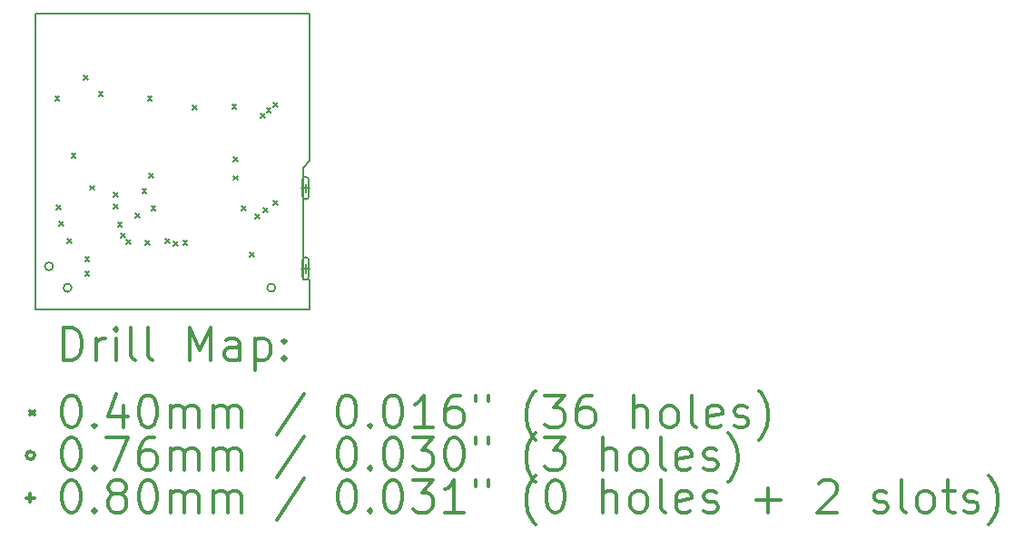
<source format=gbr>
%FSLAX45Y45*%
G04 Gerber Fmt 4.5, Leading zero omitted, Abs format (unit mm)*
G04 Created by KiCad (PCBNEW 4.0.5+dfsg1-4) date Thu Nov  2 15:49:50 2017*
%MOMM*%
%LPD*%
G01*
G04 APERTURE LIST*
%ADD10C,0.127000*%
%ADD11C,0.150000*%
%ADD12C,0.200000*%
%ADD13C,0.300000*%
G04 APERTURE END LIST*
D10*
D11*
X9660000Y-5879020D02*
X9660000Y-8640000D01*
X12220320Y-5879020D02*
X9660000Y-5879020D01*
X12220320Y-7250620D02*
X12220320Y-5879020D01*
X12159360Y-7319200D02*
X12220320Y-7250620D01*
X12159360Y-8360600D02*
X12159360Y-7319200D01*
X12220320Y-8360600D02*
X12159360Y-8360600D01*
X12220320Y-8640000D02*
X12220320Y-8360600D01*
X9660000Y-8640000D02*
X12220320Y-8640000D01*
D12*
X9843200Y-6651500D02*
X9883200Y-6691500D01*
X9883200Y-6651500D02*
X9843200Y-6691500D01*
X9855900Y-7667500D02*
X9895900Y-7707500D01*
X9895900Y-7667500D02*
X9855900Y-7707500D01*
X9881300Y-7819900D02*
X9921300Y-7859900D01*
X9921300Y-7819900D02*
X9881300Y-7859900D01*
X9957500Y-7985000D02*
X9997500Y-8025000D01*
X9997500Y-7985000D02*
X9957500Y-8025000D01*
X9995600Y-7184900D02*
X10035600Y-7224900D01*
X10035600Y-7184900D02*
X9995600Y-7224900D01*
X10109900Y-6461000D02*
X10149900Y-6501000D01*
X10149900Y-6461000D02*
X10109900Y-6501000D01*
X10122600Y-8150100D02*
X10162600Y-8190100D01*
X10162600Y-8150100D02*
X10122600Y-8190100D01*
X10122600Y-8289800D02*
X10162600Y-8329800D01*
X10162600Y-8289800D02*
X10122600Y-8329800D01*
X10167052Y-7488571D02*
X10207052Y-7528571D01*
X10207052Y-7488571D02*
X10167052Y-7528571D01*
X10249600Y-6613400D02*
X10289600Y-6653400D01*
X10289600Y-6613400D02*
X10249600Y-6653400D01*
X10389300Y-7553200D02*
X10429300Y-7593200D01*
X10429300Y-7553200D02*
X10389300Y-7593200D01*
X10389300Y-7662120D02*
X10429300Y-7702120D01*
X10429300Y-7662120D02*
X10389300Y-7702120D01*
X10427400Y-7832600D02*
X10467400Y-7872600D01*
X10467400Y-7832600D02*
X10427400Y-7872600D01*
X10455340Y-7931660D02*
X10495340Y-7971660D01*
X10495340Y-7931660D02*
X10455340Y-7971660D01*
X10508330Y-7990080D02*
X10548330Y-8030080D01*
X10548330Y-7990080D02*
X10508330Y-8030080D01*
X10592500Y-7743700D02*
X10632500Y-7783700D01*
X10632500Y-7743700D02*
X10592500Y-7783700D01*
X10656000Y-7515100D02*
X10696000Y-7555100D01*
X10696000Y-7515100D02*
X10656000Y-7555100D01*
X10687245Y-8001429D02*
X10727245Y-8041429D01*
X10727245Y-8001429D02*
X10687245Y-8041429D01*
X10706800Y-6651500D02*
X10746800Y-6691500D01*
X10746800Y-6651500D02*
X10706800Y-6691500D01*
X10719500Y-7375400D02*
X10759500Y-7415400D01*
X10759500Y-7375400D02*
X10719500Y-7415400D01*
X10740000Y-7680000D02*
X10780000Y-7720000D01*
X10780000Y-7680000D02*
X10740000Y-7720000D01*
X10871900Y-7981000D02*
X10911900Y-8021000D01*
X10911900Y-7981000D02*
X10871900Y-8021000D01*
X10948100Y-8010400D02*
X10988100Y-8050400D01*
X10988100Y-8010400D02*
X10948100Y-8050400D01*
X11037000Y-7997700D02*
X11077000Y-8037700D01*
X11077000Y-7997700D02*
X11037000Y-8037700D01*
X11125900Y-6740400D02*
X11165900Y-6780400D01*
X11165900Y-6740400D02*
X11125900Y-6780400D01*
X11494200Y-6727700D02*
X11534200Y-6767700D01*
X11534200Y-6727700D02*
X11494200Y-6767700D01*
X11506900Y-7223000D02*
X11546900Y-7263000D01*
X11546900Y-7223000D02*
X11506900Y-7263000D01*
X11506900Y-7393520D02*
X11546900Y-7433520D01*
X11546900Y-7393520D02*
X11506900Y-7433520D01*
X11583100Y-7680200D02*
X11623100Y-7720200D01*
X11623100Y-7680200D02*
X11583100Y-7720200D01*
X11659300Y-8112000D02*
X11699300Y-8152000D01*
X11699300Y-8112000D02*
X11659300Y-8152000D01*
X11710100Y-7755000D02*
X11750100Y-7795000D01*
X11750100Y-7755000D02*
X11710100Y-7795000D01*
X11760900Y-6816600D02*
X11800900Y-6856600D01*
X11800900Y-6816600D02*
X11760900Y-6856600D01*
X11786300Y-7692900D02*
X11826300Y-7732900D01*
X11826300Y-7692900D02*
X11786300Y-7732900D01*
X11815899Y-6761601D02*
X11855899Y-6801601D01*
X11855899Y-6761601D02*
X11815899Y-6801601D01*
X11877055Y-6713542D02*
X11917055Y-6753542D01*
X11917055Y-6713542D02*
X11877055Y-6753542D01*
X11877498Y-7628973D02*
X11917498Y-7668973D01*
X11917498Y-7628973D02*
X11877498Y-7668973D01*
X9825100Y-8240000D02*
G75*
G03X9825100Y-8240000I-38100J0D01*
G01*
X9998100Y-8440000D02*
G75*
G03X9998100Y-8440000I-38100J0D01*
G01*
X11898100Y-8440000D02*
G75*
G03X11898100Y-8440000I-38100J0D01*
G01*
X12180000Y-7470000D02*
X12180000Y-7550000D01*
X12140000Y-7510000D02*
X12220000Y-7510000D01*
X12150000Y-7435000D02*
X12150000Y-7585000D01*
X12210000Y-7435000D02*
X12210000Y-7585000D01*
X12150000Y-7585000D02*
G75*
G03X12210000Y-7585000I30000J0D01*
G01*
X12210000Y-7435000D02*
G75*
G03X12150000Y-7435000I-30000J0D01*
G01*
X12180000Y-8220000D02*
X12180000Y-8300000D01*
X12140000Y-8260000D02*
X12220000Y-8260000D01*
X12150000Y-8185000D02*
X12150000Y-8335000D01*
X12210000Y-8185000D02*
X12210000Y-8335000D01*
X12150000Y-8335000D02*
G75*
G03X12210000Y-8335000I30000J0D01*
G01*
X12210000Y-8185000D02*
G75*
G03X12150000Y-8185000I-30000J0D01*
G01*
D13*
X9923929Y-9113214D02*
X9923929Y-8813214D01*
X9995357Y-8813214D01*
X10038214Y-8827500D01*
X10066786Y-8856072D01*
X10081071Y-8884643D01*
X10095357Y-8941786D01*
X10095357Y-8984643D01*
X10081071Y-9041786D01*
X10066786Y-9070357D01*
X10038214Y-9098929D01*
X9995357Y-9113214D01*
X9923929Y-9113214D01*
X10223929Y-9113214D02*
X10223929Y-8913214D01*
X10223929Y-8970357D02*
X10238214Y-8941786D01*
X10252500Y-8927500D01*
X10281071Y-8913214D01*
X10309643Y-8913214D01*
X10409643Y-9113214D02*
X10409643Y-8913214D01*
X10409643Y-8813214D02*
X10395357Y-8827500D01*
X10409643Y-8841786D01*
X10423929Y-8827500D01*
X10409643Y-8813214D01*
X10409643Y-8841786D01*
X10595357Y-9113214D02*
X10566786Y-9098929D01*
X10552500Y-9070357D01*
X10552500Y-8813214D01*
X10752500Y-9113214D02*
X10723929Y-9098929D01*
X10709643Y-9070357D01*
X10709643Y-8813214D01*
X11095357Y-9113214D02*
X11095357Y-8813214D01*
X11195357Y-9027500D01*
X11295357Y-8813214D01*
X11295357Y-9113214D01*
X11566786Y-9113214D02*
X11566786Y-8956072D01*
X11552500Y-8927500D01*
X11523928Y-8913214D01*
X11466786Y-8913214D01*
X11438214Y-8927500D01*
X11566786Y-9098929D02*
X11538214Y-9113214D01*
X11466786Y-9113214D01*
X11438214Y-9098929D01*
X11423928Y-9070357D01*
X11423928Y-9041786D01*
X11438214Y-9013214D01*
X11466786Y-8998929D01*
X11538214Y-8998929D01*
X11566786Y-8984643D01*
X11709643Y-8913214D02*
X11709643Y-9213214D01*
X11709643Y-8927500D02*
X11738214Y-8913214D01*
X11795357Y-8913214D01*
X11823928Y-8927500D01*
X11838214Y-8941786D01*
X11852500Y-8970357D01*
X11852500Y-9056072D01*
X11838214Y-9084643D01*
X11823928Y-9098929D01*
X11795357Y-9113214D01*
X11738214Y-9113214D01*
X11709643Y-9098929D01*
X11981071Y-9084643D02*
X11995357Y-9098929D01*
X11981071Y-9113214D01*
X11966786Y-9098929D01*
X11981071Y-9084643D01*
X11981071Y-9113214D01*
X11981071Y-8927500D02*
X11995357Y-8941786D01*
X11981071Y-8956072D01*
X11966786Y-8941786D01*
X11981071Y-8927500D01*
X11981071Y-8956072D01*
X9612500Y-9587500D02*
X9652500Y-9627500D01*
X9652500Y-9587500D02*
X9612500Y-9627500D01*
X9981071Y-9443214D02*
X10009643Y-9443214D01*
X10038214Y-9457500D01*
X10052500Y-9471786D01*
X10066786Y-9500357D01*
X10081071Y-9557500D01*
X10081071Y-9628929D01*
X10066786Y-9686072D01*
X10052500Y-9714643D01*
X10038214Y-9728929D01*
X10009643Y-9743214D01*
X9981071Y-9743214D01*
X9952500Y-9728929D01*
X9938214Y-9714643D01*
X9923929Y-9686072D01*
X9909643Y-9628929D01*
X9909643Y-9557500D01*
X9923929Y-9500357D01*
X9938214Y-9471786D01*
X9952500Y-9457500D01*
X9981071Y-9443214D01*
X10209643Y-9714643D02*
X10223929Y-9728929D01*
X10209643Y-9743214D01*
X10195357Y-9728929D01*
X10209643Y-9714643D01*
X10209643Y-9743214D01*
X10481071Y-9543214D02*
X10481071Y-9743214D01*
X10409643Y-9428929D02*
X10338214Y-9643214D01*
X10523928Y-9643214D01*
X10695357Y-9443214D02*
X10723929Y-9443214D01*
X10752500Y-9457500D01*
X10766786Y-9471786D01*
X10781071Y-9500357D01*
X10795357Y-9557500D01*
X10795357Y-9628929D01*
X10781071Y-9686072D01*
X10766786Y-9714643D01*
X10752500Y-9728929D01*
X10723929Y-9743214D01*
X10695357Y-9743214D01*
X10666786Y-9728929D01*
X10652500Y-9714643D01*
X10638214Y-9686072D01*
X10623929Y-9628929D01*
X10623929Y-9557500D01*
X10638214Y-9500357D01*
X10652500Y-9471786D01*
X10666786Y-9457500D01*
X10695357Y-9443214D01*
X10923929Y-9743214D02*
X10923929Y-9543214D01*
X10923929Y-9571786D02*
X10938214Y-9557500D01*
X10966786Y-9543214D01*
X11009643Y-9543214D01*
X11038214Y-9557500D01*
X11052500Y-9586072D01*
X11052500Y-9743214D01*
X11052500Y-9586072D02*
X11066786Y-9557500D01*
X11095357Y-9543214D01*
X11138214Y-9543214D01*
X11166786Y-9557500D01*
X11181071Y-9586072D01*
X11181071Y-9743214D01*
X11323928Y-9743214D02*
X11323928Y-9543214D01*
X11323928Y-9571786D02*
X11338214Y-9557500D01*
X11366786Y-9543214D01*
X11409643Y-9543214D01*
X11438214Y-9557500D01*
X11452500Y-9586072D01*
X11452500Y-9743214D01*
X11452500Y-9586072D02*
X11466786Y-9557500D01*
X11495357Y-9543214D01*
X11538214Y-9543214D01*
X11566786Y-9557500D01*
X11581071Y-9586072D01*
X11581071Y-9743214D01*
X12166786Y-9428929D02*
X11909643Y-9814643D01*
X12552500Y-9443214D02*
X12581071Y-9443214D01*
X12609643Y-9457500D01*
X12623928Y-9471786D01*
X12638214Y-9500357D01*
X12652500Y-9557500D01*
X12652500Y-9628929D01*
X12638214Y-9686072D01*
X12623928Y-9714643D01*
X12609643Y-9728929D01*
X12581071Y-9743214D01*
X12552500Y-9743214D01*
X12523928Y-9728929D01*
X12509643Y-9714643D01*
X12495357Y-9686072D01*
X12481071Y-9628929D01*
X12481071Y-9557500D01*
X12495357Y-9500357D01*
X12509643Y-9471786D01*
X12523928Y-9457500D01*
X12552500Y-9443214D01*
X12781071Y-9714643D02*
X12795357Y-9728929D01*
X12781071Y-9743214D01*
X12766786Y-9728929D01*
X12781071Y-9714643D01*
X12781071Y-9743214D01*
X12981071Y-9443214D02*
X13009643Y-9443214D01*
X13038214Y-9457500D01*
X13052500Y-9471786D01*
X13066785Y-9500357D01*
X13081071Y-9557500D01*
X13081071Y-9628929D01*
X13066785Y-9686072D01*
X13052500Y-9714643D01*
X13038214Y-9728929D01*
X13009643Y-9743214D01*
X12981071Y-9743214D01*
X12952500Y-9728929D01*
X12938214Y-9714643D01*
X12923928Y-9686072D01*
X12909643Y-9628929D01*
X12909643Y-9557500D01*
X12923928Y-9500357D01*
X12938214Y-9471786D01*
X12952500Y-9457500D01*
X12981071Y-9443214D01*
X13366785Y-9743214D02*
X13195357Y-9743214D01*
X13281071Y-9743214D02*
X13281071Y-9443214D01*
X13252500Y-9486072D01*
X13223928Y-9514643D01*
X13195357Y-9528929D01*
X13623928Y-9443214D02*
X13566785Y-9443214D01*
X13538214Y-9457500D01*
X13523928Y-9471786D01*
X13495357Y-9514643D01*
X13481071Y-9571786D01*
X13481071Y-9686072D01*
X13495357Y-9714643D01*
X13509643Y-9728929D01*
X13538214Y-9743214D01*
X13595357Y-9743214D01*
X13623928Y-9728929D01*
X13638214Y-9714643D01*
X13652500Y-9686072D01*
X13652500Y-9614643D01*
X13638214Y-9586072D01*
X13623928Y-9571786D01*
X13595357Y-9557500D01*
X13538214Y-9557500D01*
X13509643Y-9571786D01*
X13495357Y-9586072D01*
X13481071Y-9614643D01*
X13766786Y-9443214D02*
X13766786Y-9500357D01*
X13881071Y-9443214D02*
X13881071Y-9500357D01*
X14323928Y-9857500D02*
X14309643Y-9843214D01*
X14281071Y-9800357D01*
X14266785Y-9771786D01*
X14252500Y-9728929D01*
X14238214Y-9657500D01*
X14238214Y-9600357D01*
X14252500Y-9528929D01*
X14266785Y-9486072D01*
X14281071Y-9457500D01*
X14309643Y-9414643D01*
X14323928Y-9400357D01*
X14409643Y-9443214D02*
X14595357Y-9443214D01*
X14495357Y-9557500D01*
X14538214Y-9557500D01*
X14566785Y-9571786D01*
X14581071Y-9586072D01*
X14595357Y-9614643D01*
X14595357Y-9686072D01*
X14581071Y-9714643D01*
X14566785Y-9728929D01*
X14538214Y-9743214D01*
X14452500Y-9743214D01*
X14423928Y-9728929D01*
X14409643Y-9714643D01*
X14852500Y-9443214D02*
X14795357Y-9443214D01*
X14766785Y-9457500D01*
X14752500Y-9471786D01*
X14723928Y-9514643D01*
X14709643Y-9571786D01*
X14709643Y-9686072D01*
X14723928Y-9714643D01*
X14738214Y-9728929D01*
X14766785Y-9743214D01*
X14823928Y-9743214D01*
X14852500Y-9728929D01*
X14866785Y-9714643D01*
X14881071Y-9686072D01*
X14881071Y-9614643D01*
X14866785Y-9586072D01*
X14852500Y-9571786D01*
X14823928Y-9557500D01*
X14766785Y-9557500D01*
X14738214Y-9571786D01*
X14723928Y-9586072D01*
X14709643Y-9614643D01*
X15238214Y-9743214D02*
X15238214Y-9443214D01*
X15366785Y-9743214D02*
X15366785Y-9586072D01*
X15352500Y-9557500D01*
X15323928Y-9543214D01*
X15281071Y-9543214D01*
X15252500Y-9557500D01*
X15238214Y-9571786D01*
X15552500Y-9743214D02*
X15523928Y-9728929D01*
X15509643Y-9714643D01*
X15495357Y-9686072D01*
X15495357Y-9600357D01*
X15509643Y-9571786D01*
X15523928Y-9557500D01*
X15552500Y-9543214D01*
X15595357Y-9543214D01*
X15623928Y-9557500D01*
X15638214Y-9571786D01*
X15652500Y-9600357D01*
X15652500Y-9686072D01*
X15638214Y-9714643D01*
X15623928Y-9728929D01*
X15595357Y-9743214D01*
X15552500Y-9743214D01*
X15823928Y-9743214D02*
X15795357Y-9728929D01*
X15781071Y-9700357D01*
X15781071Y-9443214D01*
X16052500Y-9728929D02*
X16023928Y-9743214D01*
X15966786Y-9743214D01*
X15938214Y-9728929D01*
X15923928Y-9700357D01*
X15923928Y-9586072D01*
X15938214Y-9557500D01*
X15966786Y-9543214D01*
X16023928Y-9543214D01*
X16052500Y-9557500D01*
X16066786Y-9586072D01*
X16066786Y-9614643D01*
X15923928Y-9643214D01*
X16181071Y-9728929D02*
X16209643Y-9743214D01*
X16266786Y-9743214D01*
X16295357Y-9728929D01*
X16309643Y-9700357D01*
X16309643Y-9686072D01*
X16295357Y-9657500D01*
X16266786Y-9643214D01*
X16223928Y-9643214D01*
X16195357Y-9628929D01*
X16181071Y-9600357D01*
X16181071Y-9586072D01*
X16195357Y-9557500D01*
X16223928Y-9543214D01*
X16266786Y-9543214D01*
X16295357Y-9557500D01*
X16409643Y-9857500D02*
X16423928Y-9843214D01*
X16452500Y-9800357D01*
X16466786Y-9771786D01*
X16481071Y-9728929D01*
X16495357Y-9657500D01*
X16495357Y-9600357D01*
X16481071Y-9528929D01*
X16466786Y-9486072D01*
X16452500Y-9457500D01*
X16423928Y-9414643D01*
X16409643Y-9400357D01*
X9652500Y-10003500D02*
G75*
G03X9652500Y-10003500I-38100J0D01*
G01*
X9981071Y-9839214D02*
X10009643Y-9839214D01*
X10038214Y-9853500D01*
X10052500Y-9867786D01*
X10066786Y-9896357D01*
X10081071Y-9953500D01*
X10081071Y-10024929D01*
X10066786Y-10082072D01*
X10052500Y-10110643D01*
X10038214Y-10124929D01*
X10009643Y-10139214D01*
X9981071Y-10139214D01*
X9952500Y-10124929D01*
X9938214Y-10110643D01*
X9923929Y-10082072D01*
X9909643Y-10024929D01*
X9909643Y-9953500D01*
X9923929Y-9896357D01*
X9938214Y-9867786D01*
X9952500Y-9853500D01*
X9981071Y-9839214D01*
X10209643Y-10110643D02*
X10223929Y-10124929D01*
X10209643Y-10139214D01*
X10195357Y-10124929D01*
X10209643Y-10110643D01*
X10209643Y-10139214D01*
X10323928Y-9839214D02*
X10523928Y-9839214D01*
X10395357Y-10139214D01*
X10766786Y-9839214D02*
X10709643Y-9839214D01*
X10681071Y-9853500D01*
X10666786Y-9867786D01*
X10638214Y-9910643D01*
X10623929Y-9967786D01*
X10623929Y-10082072D01*
X10638214Y-10110643D01*
X10652500Y-10124929D01*
X10681071Y-10139214D01*
X10738214Y-10139214D01*
X10766786Y-10124929D01*
X10781071Y-10110643D01*
X10795357Y-10082072D01*
X10795357Y-10010643D01*
X10781071Y-9982072D01*
X10766786Y-9967786D01*
X10738214Y-9953500D01*
X10681071Y-9953500D01*
X10652500Y-9967786D01*
X10638214Y-9982072D01*
X10623929Y-10010643D01*
X10923929Y-10139214D02*
X10923929Y-9939214D01*
X10923929Y-9967786D02*
X10938214Y-9953500D01*
X10966786Y-9939214D01*
X11009643Y-9939214D01*
X11038214Y-9953500D01*
X11052500Y-9982072D01*
X11052500Y-10139214D01*
X11052500Y-9982072D02*
X11066786Y-9953500D01*
X11095357Y-9939214D01*
X11138214Y-9939214D01*
X11166786Y-9953500D01*
X11181071Y-9982072D01*
X11181071Y-10139214D01*
X11323928Y-10139214D02*
X11323928Y-9939214D01*
X11323928Y-9967786D02*
X11338214Y-9953500D01*
X11366786Y-9939214D01*
X11409643Y-9939214D01*
X11438214Y-9953500D01*
X11452500Y-9982072D01*
X11452500Y-10139214D01*
X11452500Y-9982072D02*
X11466786Y-9953500D01*
X11495357Y-9939214D01*
X11538214Y-9939214D01*
X11566786Y-9953500D01*
X11581071Y-9982072D01*
X11581071Y-10139214D01*
X12166786Y-9824929D02*
X11909643Y-10210643D01*
X12552500Y-9839214D02*
X12581071Y-9839214D01*
X12609643Y-9853500D01*
X12623928Y-9867786D01*
X12638214Y-9896357D01*
X12652500Y-9953500D01*
X12652500Y-10024929D01*
X12638214Y-10082072D01*
X12623928Y-10110643D01*
X12609643Y-10124929D01*
X12581071Y-10139214D01*
X12552500Y-10139214D01*
X12523928Y-10124929D01*
X12509643Y-10110643D01*
X12495357Y-10082072D01*
X12481071Y-10024929D01*
X12481071Y-9953500D01*
X12495357Y-9896357D01*
X12509643Y-9867786D01*
X12523928Y-9853500D01*
X12552500Y-9839214D01*
X12781071Y-10110643D02*
X12795357Y-10124929D01*
X12781071Y-10139214D01*
X12766786Y-10124929D01*
X12781071Y-10110643D01*
X12781071Y-10139214D01*
X12981071Y-9839214D02*
X13009643Y-9839214D01*
X13038214Y-9853500D01*
X13052500Y-9867786D01*
X13066785Y-9896357D01*
X13081071Y-9953500D01*
X13081071Y-10024929D01*
X13066785Y-10082072D01*
X13052500Y-10110643D01*
X13038214Y-10124929D01*
X13009643Y-10139214D01*
X12981071Y-10139214D01*
X12952500Y-10124929D01*
X12938214Y-10110643D01*
X12923928Y-10082072D01*
X12909643Y-10024929D01*
X12909643Y-9953500D01*
X12923928Y-9896357D01*
X12938214Y-9867786D01*
X12952500Y-9853500D01*
X12981071Y-9839214D01*
X13181071Y-9839214D02*
X13366785Y-9839214D01*
X13266785Y-9953500D01*
X13309643Y-9953500D01*
X13338214Y-9967786D01*
X13352500Y-9982072D01*
X13366785Y-10010643D01*
X13366785Y-10082072D01*
X13352500Y-10110643D01*
X13338214Y-10124929D01*
X13309643Y-10139214D01*
X13223928Y-10139214D01*
X13195357Y-10124929D01*
X13181071Y-10110643D01*
X13552500Y-9839214D02*
X13581071Y-9839214D01*
X13609643Y-9853500D01*
X13623928Y-9867786D01*
X13638214Y-9896357D01*
X13652500Y-9953500D01*
X13652500Y-10024929D01*
X13638214Y-10082072D01*
X13623928Y-10110643D01*
X13609643Y-10124929D01*
X13581071Y-10139214D01*
X13552500Y-10139214D01*
X13523928Y-10124929D01*
X13509643Y-10110643D01*
X13495357Y-10082072D01*
X13481071Y-10024929D01*
X13481071Y-9953500D01*
X13495357Y-9896357D01*
X13509643Y-9867786D01*
X13523928Y-9853500D01*
X13552500Y-9839214D01*
X13766786Y-9839214D02*
X13766786Y-9896357D01*
X13881071Y-9839214D02*
X13881071Y-9896357D01*
X14323928Y-10253500D02*
X14309643Y-10239214D01*
X14281071Y-10196357D01*
X14266785Y-10167786D01*
X14252500Y-10124929D01*
X14238214Y-10053500D01*
X14238214Y-9996357D01*
X14252500Y-9924929D01*
X14266785Y-9882072D01*
X14281071Y-9853500D01*
X14309643Y-9810643D01*
X14323928Y-9796357D01*
X14409643Y-9839214D02*
X14595357Y-9839214D01*
X14495357Y-9953500D01*
X14538214Y-9953500D01*
X14566785Y-9967786D01*
X14581071Y-9982072D01*
X14595357Y-10010643D01*
X14595357Y-10082072D01*
X14581071Y-10110643D01*
X14566785Y-10124929D01*
X14538214Y-10139214D01*
X14452500Y-10139214D01*
X14423928Y-10124929D01*
X14409643Y-10110643D01*
X14952500Y-10139214D02*
X14952500Y-9839214D01*
X15081071Y-10139214D02*
X15081071Y-9982072D01*
X15066785Y-9953500D01*
X15038214Y-9939214D01*
X14995357Y-9939214D01*
X14966785Y-9953500D01*
X14952500Y-9967786D01*
X15266785Y-10139214D02*
X15238214Y-10124929D01*
X15223928Y-10110643D01*
X15209643Y-10082072D01*
X15209643Y-9996357D01*
X15223928Y-9967786D01*
X15238214Y-9953500D01*
X15266785Y-9939214D01*
X15309643Y-9939214D01*
X15338214Y-9953500D01*
X15352500Y-9967786D01*
X15366785Y-9996357D01*
X15366785Y-10082072D01*
X15352500Y-10110643D01*
X15338214Y-10124929D01*
X15309643Y-10139214D01*
X15266785Y-10139214D01*
X15538214Y-10139214D02*
X15509643Y-10124929D01*
X15495357Y-10096357D01*
X15495357Y-9839214D01*
X15766786Y-10124929D02*
X15738214Y-10139214D01*
X15681071Y-10139214D01*
X15652500Y-10124929D01*
X15638214Y-10096357D01*
X15638214Y-9982072D01*
X15652500Y-9953500D01*
X15681071Y-9939214D01*
X15738214Y-9939214D01*
X15766786Y-9953500D01*
X15781071Y-9982072D01*
X15781071Y-10010643D01*
X15638214Y-10039214D01*
X15895357Y-10124929D02*
X15923928Y-10139214D01*
X15981071Y-10139214D01*
X16009643Y-10124929D01*
X16023928Y-10096357D01*
X16023928Y-10082072D01*
X16009643Y-10053500D01*
X15981071Y-10039214D01*
X15938214Y-10039214D01*
X15909643Y-10024929D01*
X15895357Y-9996357D01*
X15895357Y-9982072D01*
X15909643Y-9953500D01*
X15938214Y-9939214D01*
X15981071Y-9939214D01*
X16009643Y-9953500D01*
X16123928Y-10253500D02*
X16138214Y-10239214D01*
X16166786Y-10196357D01*
X16181071Y-10167786D01*
X16195357Y-10124929D01*
X16209643Y-10053500D01*
X16209643Y-9996357D01*
X16195357Y-9924929D01*
X16181071Y-9882072D01*
X16166786Y-9853500D01*
X16138214Y-9810643D01*
X16123928Y-9796357D01*
X9612500Y-10359500D02*
X9612500Y-10439500D01*
X9572500Y-10399500D02*
X9652500Y-10399500D01*
X9981071Y-10235214D02*
X10009643Y-10235214D01*
X10038214Y-10249500D01*
X10052500Y-10263786D01*
X10066786Y-10292357D01*
X10081071Y-10349500D01*
X10081071Y-10420929D01*
X10066786Y-10478072D01*
X10052500Y-10506643D01*
X10038214Y-10520929D01*
X10009643Y-10535214D01*
X9981071Y-10535214D01*
X9952500Y-10520929D01*
X9938214Y-10506643D01*
X9923929Y-10478072D01*
X9909643Y-10420929D01*
X9909643Y-10349500D01*
X9923929Y-10292357D01*
X9938214Y-10263786D01*
X9952500Y-10249500D01*
X9981071Y-10235214D01*
X10209643Y-10506643D02*
X10223929Y-10520929D01*
X10209643Y-10535214D01*
X10195357Y-10520929D01*
X10209643Y-10506643D01*
X10209643Y-10535214D01*
X10395357Y-10363786D02*
X10366786Y-10349500D01*
X10352500Y-10335214D01*
X10338214Y-10306643D01*
X10338214Y-10292357D01*
X10352500Y-10263786D01*
X10366786Y-10249500D01*
X10395357Y-10235214D01*
X10452500Y-10235214D01*
X10481071Y-10249500D01*
X10495357Y-10263786D01*
X10509643Y-10292357D01*
X10509643Y-10306643D01*
X10495357Y-10335214D01*
X10481071Y-10349500D01*
X10452500Y-10363786D01*
X10395357Y-10363786D01*
X10366786Y-10378072D01*
X10352500Y-10392357D01*
X10338214Y-10420929D01*
X10338214Y-10478072D01*
X10352500Y-10506643D01*
X10366786Y-10520929D01*
X10395357Y-10535214D01*
X10452500Y-10535214D01*
X10481071Y-10520929D01*
X10495357Y-10506643D01*
X10509643Y-10478072D01*
X10509643Y-10420929D01*
X10495357Y-10392357D01*
X10481071Y-10378072D01*
X10452500Y-10363786D01*
X10695357Y-10235214D02*
X10723929Y-10235214D01*
X10752500Y-10249500D01*
X10766786Y-10263786D01*
X10781071Y-10292357D01*
X10795357Y-10349500D01*
X10795357Y-10420929D01*
X10781071Y-10478072D01*
X10766786Y-10506643D01*
X10752500Y-10520929D01*
X10723929Y-10535214D01*
X10695357Y-10535214D01*
X10666786Y-10520929D01*
X10652500Y-10506643D01*
X10638214Y-10478072D01*
X10623929Y-10420929D01*
X10623929Y-10349500D01*
X10638214Y-10292357D01*
X10652500Y-10263786D01*
X10666786Y-10249500D01*
X10695357Y-10235214D01*
X10923929Y-10535214D02*
X10923929Y-10335214D01*
X10923929Y-10363786D02*
X10938214Y-10349500D01*
X10966786Y-10335214D01*
X11009643Y-10335214D01*
X11038214Y-10349500D01*
X11052500Y-10378072D01*
X11052500Y-10535214D01*
X11052500Y-10378072D02*
X11066786Y-10349500D01*
X11095357Y-10335214D01*
X11138214Y-10335214D01*
X11166786Y-10349500D01*
X11181071Y-10378072D01*
X11181071Y-10535214D01*
X11323928Y-10535214D02*
X11323928Y-10335214D01*
X11323928Y-10363786D02*
X11338214Y-10349500D01*
X11366786Y-10335214D01*
X11409643Y-10335214D01*
X11438214Y-10349500D01*
X11452500Y-10378072D01*
X11452500Y-10535214D01*
X11452500Y-10378072D02*
X11466786Y-10349500D01*
X11495357Y-10335214D01*
X11538214Y-10335214D01*
X11566786Y-10349500D01*
X11581071Y-10378072D01*
X11581071Y-10535214D01*
X12166786Y-10220929D02*
X11909643Y-10606643D01*
X12552500Y-10235214D02*
X12581071Y-10235214D01*
X12609643Y-10249500D01*
X12623928Y-10263786D01*
X12638214Y-10292357D01*
X12652500Y-10349500D01*
X12652500Y-10420929D01*
X12638214Y-10478072D01*
X12623928Y-10506643D01*
X12609643Y-10520929D01*
X12581071Y-10535214D01*
X12552500Y-10535214D01*
X12523928Y-10520929D01*
X12509643Y-10506643D01*
X12495357Y-10478072D01*
X12481071Y-10420929D01*
X12481071Y-10349500D01*
X12495357Y-10292357D01*
X12509643Y-10263786D01*
X12523928Y-10249500D01*
X12552500Y-10235214D01*
X12781071Y-10506643D02*
X12795357Y-10520929D01*
X12781071Y-10535214D01*
X12766786Y-10520929D01*
X12781071Y-10506643D01*
X12781071Y-10535214D01*
X12981071Y-10235214D02*
X13009643Y-10235214D01*
X13038214Y-10249500D01*
X13052500Y-10263786D01*
X13066785Y-10292357D01*
X13081071Y-10349500D01*
X13081071Y-10420929D01*
X13066785Y-10478072D01*
X13052500Y-10506643D01*
X13038214Y-10520929D01*
X13009643Y-10535214D01*
X12981071Y-10535214D01*
X12952500Y-10520929D01*
X12938214Y-10506643D01*
X12923928Y-10478072D01*
X12909643Y-10420929D01*
X12909643Y-10349500D01*
X12923928Y-10292357D01*
X12938214Y-10263786D01*
X12952500Y-10249500D01*
X12981071Y-10235214D01*
X13181071Y-10235214D02*
X13366785Y-10235214D01*
X13266785Y-10349500D01*
X13309643Y-10349500D01*
X13338214Y-10363786D01*
X13352500Y-10378072D01*
X13366785Y-10406643D01*
X13366785Y-10478072D01*
X13352500Y-10506643D01*
X13338214Y-10520929D01*
X13309643Y-10535214D01*
X13223928Y-10535214D01*
X13195357Y-10520929D01*
X13181071Y-10506643D01*
X13652500Y-10535214D02*
X13481071Y-10535214D01*
X13566785Y-10535214D02*
X13566785Y-10235214D01*
X13538214Y-10278072D01*
X13509643Y-10306643D01*
X13481071Y-10320929D01*
X13766786Y-10235214D02*
X13766786Y-10292357D01*
X13881071Y-10235214D02*
X13881071Y-10292357D01*
X14323928Y-10649500D02*
X14309643Y-10635214D01*
X14281071Y-10592357D01*
X14266785Y-10563786D01*
X14252500Y-10520929D01*
X14238214Y-10449500D01*
X14238214Y-10392357D01*
X14252500Y-10320929D01*
X14266785Y-10278072D01*
X14281071Y-10249500D01*
X14309643Y-10206643D01*
X14323928Y-10192357D01*
X14495357Y-10235214D02*
X14523928Y-10235214D01*
X14552500Y-10249500D01*
X14566785Y-10263786D01*
X14581071Y-10292357D01*
X14595357Y-10349500D01*
X14595357Y-10420929D01*
X14581071Y-10478072D01*
X14566785Y-10506643D01*
X14552500Y-10520929D01*
X14523928Y-10535214D01*
X14495357Y-10535214D01*
X14466785Y-10520929D01*
X14452500Y-10506643D01*
X14438214Y-10478072D01*
X14423928Y-10420929D01*
X14423928Y-10349500D01*
X14438214Y-10292357D01*
X14452500Y-10263786D01*
X14466785Y-10249500D01*
X14495357Y-10235214D01*
X14952500Y-10535214D02*
X14952500Y-10235214D01*
X15081071Y-10535214D02*
X15081071Y-10378072D01*
X15066785Y-10349500D01*
X15038214Y-10335214D01*
X14995357Y-10335214D01*
X14966785Y-10349500D01*
X14952500Y-10363786D01*
X15266785Y-10535214D02*
X15238214Y-10520929D01*
X15223928Y-10506643D01*
X15209643Y-10478072D01*
X15209643Y-10392357D01*
X15223928Y-10363786D01*
X15238214Y-10349500D01*
X15266785Y-10335214D01*
X15309643Y-10335214D01*
X15338214Y-10349500D01*
X15352500Y-10363786D01*
X15366785Y-10392357D01*
X15366785Y-10478072D01*
X15352500Y-10506643D01*
X15338214Y-10520929D01*
X15309643Y-10535214D01*
X15266785Y-10535214D01*
X15538214Y-10535214D02*
X15509643Y-10520929D01*
X15495357Y-10492357D01*
X15495357Y-10235214D01*
X15766786Y-10520929D02*
X15738214Y-10535214D01*
X15681071Y-10535214D01*
X15652500Y-10520929D01*
X15638214Y-10492357D01*
X15638214Y-10378072D01*
X15652500Y-10349500D01*
X15681071Y-10335214D01*
X15738214Y-10335214D01*
X15766786Y-10349500D01*
X15781071Y-10378072D01*
X15781071Y-10406643D01*
X15638214Y-10435214D01*
X15895357Y-10520929D02*
X15923928Y-10535214D01*
X15981071Y-10535214D01*
X16009643Y-10520929D01*
X16023928Y-10492357D01*
X16023928Y-10478072D01*
X16009643Y-10449500D01*
X15981071Y-10435214D01*
X15938214Y-10435214D01*
X15909643Y-10420929D01*
X15895357Y-10392357D01*
X15895357Y-10378072D01*
X15909643Y-10349500D01*
X15938214Y-10335214D01*
X15981071Y-10335214D01*
X16009643Y-10349500D01*
X16381071Y-10420929D02*
X16609643Y-10420929D01*
X16495357Y-10535214D02*
X16495357Y-10306643D01*
X16966786Y-10263786D02*
X16981071Y-10249500D01*
X17009643Y-10235214D01*
X17081071Y-10235214D01*
X17109643Y-10249500D01*
X17123928Y-10263786D01*
X17138214Y-10292357D01*
X17138214Y-10320929D01*
X17123928Y-10363786D01*
X16952500Y-10535214D01*
X17138214Y-10535214D01*
X17481071Y-10520929D02*
X17509643Y-10535214D01*
X17566786Y-10535214D01*
X17595357Y-10520929D01*
X17609643Y-10492357D01*
X17609643Y-10478072D01*
X17595357Y-10449500D01*
X17566786Y-10435214D01*
X17523928Y-10435214D01*
X17495357Y-10420929D01*
X17481071Y-10392357D01*
X17481071Y-10378072D01*
X17495357Y-10349500D01*
X17523928Y-10335214D01*
X17566786Y-10335214D01*
X17595357Y-10349500D01*
X17781071Y-10535214D02*
X17752500Y-10520929D01*
X17738214Y-10492357D01*
X17738214Y-10235214D01*
X17938214Y-10535214D02*
X17909643Y-10520929D01*
X17895357Y-10506643D01*
X17881071Y-10478072D01*
X17881071Y-10392357D01*
X17895357Y-10363786D01*
X17909643Y-10349500D01*
X17938214Y-10335214D01*
X17981071Y-10335214D01*
X18009643Y-10349500D01*
X18023928Y-10363786D01*
X18038214Y-10392357D01*
X18038214Y-10478072D01*
X18023928Y-10506643D01*
X18009643Y-10520929D01*
X17981071Y-10535214D01*
X17938214Y-10535214D01*
X18123928Y-10335214D02*
X18238214Y-10335214D01*
X18166786Y-10235214D02*
X18166786Y-10492357D01*
X18181071Y-10520929D01*
X18209643Y-10535214D01*
X18238214Y-10535214D01*
X18323929Y-10520929D02*
X18352500Y-10535214D01*
X18409643Y-10535214D01*
X18438214Y-10520929D01*
X18452500Y-10492357D01*
X18452500Y-10478072D01*
X18438214Y-10449500D01*
X18409643Y-10435214D01*
X18366786Y-10435214D01*
X18338214Y-10420929D01*
X18323929Y-10392357D01*
X18323929Y-10378072D01*
X18338214Y-10349500D01*
X18366786Y-10335214D01*
X18409643Y-10335214D01*
X18438214Y-10349500D01*
X18552500Y-10649500D02*
X18566786Y-10635214D01*
X18595357Y-10592357D01*
X18609643Y-10563786D01*
X18623928Y-10520929D01*
X18638214Y-10449500D01*
X18638214Y-10392357D01*
X18623928Y-10320929D01*
X18609643Y-10278072D01*
X18595357Y-10249500D01*
X18566786Y-10206643D01*
X18552500Y-10192357D01*
M02*

</source>
